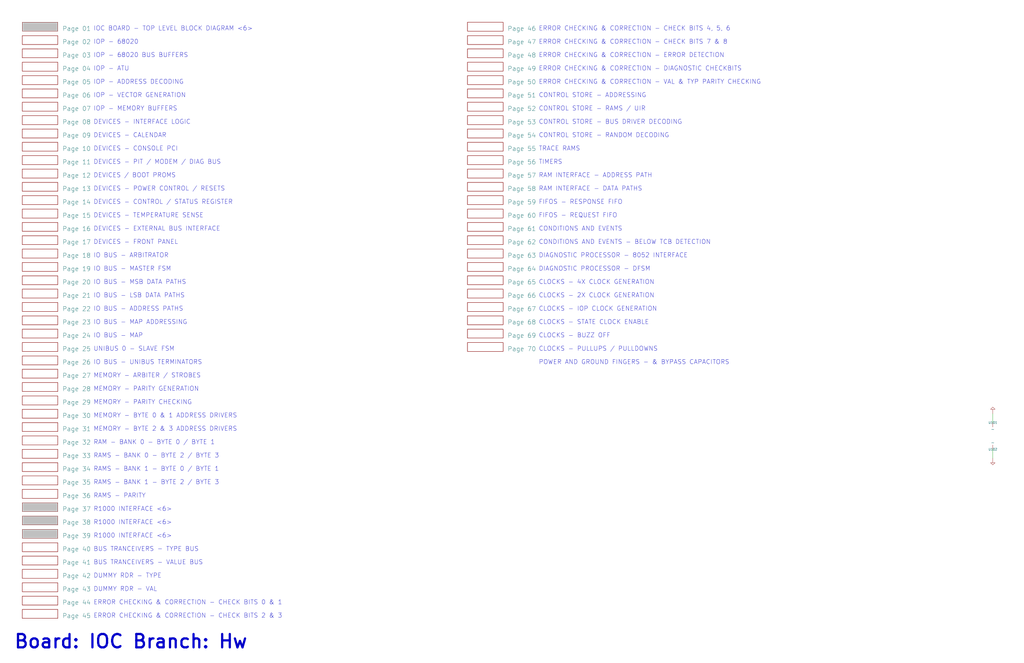
<source format=kicad_sch>
(kicad_sch (version 20230121) (generator eeschema)
  (paper "User" 584.2 378.46)
  (title_block (title "IOC Main"))
  (lib_symbols
    (symbol "r1000:PD" (power) (pin_numbers hide) (pin_names hide) (in_bom no)
      (symbol "PD_0_1"
        (polyline (pts (xy 0 -2.54) (xy 1.27 -2.54) (xy 0 -3.81) (xy -1.27 -2.54) (xy 0 -2.54)) (stroke (width 0.1524)))
      )
      (symbol "PD_1_1"
        (pin power_in line (at 0 0 270) (length 2.54) (name "PD") (number "1"))
      )
    )
    (symbol "r1000:PU" (power) (pin_numbers hide) (pin_names hide)
      (symbol "PU_0_1"
        (polyline (pts (xy 0 2.54) (xy -1.27 2.54) (xy 0 3.81) (xy 1.27 2.54) (xy 0 2.54)) (stroke (width 0.1524)))
      )
      (symbol "PU_1_1"
        (pin power_in line (at 0 0 90) (length 2.54) (name "PU") (number "1"))
      )
    )
    (symbol "r1000:Pull_Down" (pin_numbers hide) (pin_names hide)
      (property "Reference" "U" (at 0 0 0))
      (property "Value" "Pull_Down" (at 0 3.81 0))
      (symbol "Pull_Down_1_1"
        (pin power_out line (at 0 0 90) (length 2.54) (name "Out") (number "1"))
      )
    )
    (symbol "r1000:Pull_Up" (pin_numbers hide) (pin_names hide)
      (property "Reference" "U" (at 0 0 0))
      (property "Value" "Pull_Up" (at 0 -3.81 0))
      (symbol "Pull_Up_1_1"
        (pin power_out line (at 0 0 270) (length 2.54) (name "Out") (number "1"))
      )
    )
  )
  (wire (pts (xy 566.42 236.22) (xy 566.42 241.3)))
  (wire (pts (xy 566.42 256.54) (xy 566.42 261.62)))
  (text "DIAGNOSTIC PROCESSOR - DFSM" (at 307.34 154.94 0) (effects (font (size 2.54 2.54)) (justify left bottom)))
  (text "RAMS - PARITY" (at 53.34 284.48 0) (effects (font (size 2.54 2.54)) (justify left bottom)))
  (text "ERROR CHECKING & CORRECTION - DIAGNOSTIC CHECKBITS" (at 307.34 40.64 0) (effects (font (size 2.54 2.54)) (justify left bottom)))
  (text "DEVICES / BOOT PROMS" (at 53.34 101.6 0) (effects (font (size 2.54 2.54)) (justify left bottom)))
  (text "CONTROL STORE - RAMS / UIR" (at 307.34 63.5 0) (effects (font (size 2.54 2.54)) (justify left bottom)))
  (text "IOC BOARD - TOP LEVEL BLOCK DIAGRAM <6>" (at 53.34 17.78 0) (effects (font (size 2.54 2.54)) (justify left bottom)))
  (text "DEVICES - FRONT PANEL" (at 53.34 139.7 0) (effects (font (size 2.54 2.54)) (justify left bottom)))
  (text "IO BUS - MAP ADDRESSING" (at 53.34 185.42 0) (effects (font (size 2.54 2.54)) (justify left bottom)))
  (text "BUS TRANCEIVERS - VALUE BUS" (at 53.34 322.58 0) (effects (font (size 2.54 2.54)) (justify left bottom)))
  (text "DUMMY RDR - TYPE" (at 53.34 330.2 0) (effects (font (size 2.54 2.54)) (justify left bottom)))
  (text "IOP - 68020" (at 53.34 25.4 0) (effects (font (size 2.54 2.54)) (justify left bottom)))
  (text "ERROR CHECKING & CORRECTION - CHECK BITS 4, 5, 6" (at 307.34 17.78 0) (effects (font (size 2.54 2.54)) (justify left bottom)))
  (text "IO BUS - ARBITRATOR" (at 53.34 147.32 0) (effects (font (size 2.54 2.54)) (justify left bottom)))
  (text "IOP - ADDRESS DECODING" (at 53.34 48.26 0) (effects (font (size 2.54 2.54)) (justify left bottom)))
  (text "IO BUS - MAP" (at 53.34 193.04 0) (effects (font (size 2.54 2.54)) (justify left bottom)))
  (text "CLOCKS - IOP CLOCK GENERATION" (at 307.34 177.8 0) (effects (font (size 2.54 2.54)) (justify left bottom)))
  (text "IO BUS - MSB DATA PATHS" (at 53.34 162.56 0) (effects (font (size 2.54 2.54)) (justify left bottom)))
  (text "UNIBUS 0 - SLAVE FSM" (at 53.34 200.66 0) (effects (font (size 2.54 2.54)) (justify left bottom)))
  (text "IO BUS - LSB DATA PATHS" (at 53.34 170.18 0) (effects (font (size 2.54 2.54)) (justify left bottom)))
  (text "DEVICES - INTERFACE LOGIC" (at 53.34 71.12 0) (effects (font (size 2.54 2.54)) (justify left bottom)))
  (text "FIFOS - RESPONSE FIFO" (at 307.34 116.84 0) (effects (font (size 2.54 2.54)) (justify left bottom)))
  (text "CONDITIONS AND EVENTS" (at 307.34 132.08 0) (effects (font (size 2.54 2.54)) (justify left bottom)))
  (text "R1000 INTERFACE <6>" (at 53.34 292.1 0) (effects (font (size 2.54 2.54)) (justify left bottom)))
  (text "DEVICES - CONTROL / STATUS REGISTER" (at 53.34 116.84 0) (effects (font (size 2.54 2.54)) (justify left bottom)))
  (text "RAM INTERFACE - ADDRESS PATH" (at 307.34 101.6 0) (effects (font (size 2.54 2.54)) (justify left bottom)))
  (text "ERROR CHECKING & CORRECTION - CHECK BITS 2 & 3" (at 53.34 353.06 0) (effects (font (size 2.54 2.54)) (justify left bottom)))
  (text "ERROR CHECKING & CORRECTION - VAL & TYP PARITY CHECKING" (at 307.34 48.26 0) (effects (font (size 2.54 2.54)) (justify left bottom)))
  (text "IOP - 68020 BUS BUFFERS" (at 53.34 33.02 0) (effects (font (size 2.54 2.54)) (justify left bottom)))
  (text "RAMS - BANK 0 - BYTE 2 / BYTE 3" (at 53.34 261.62 0) (effects (font (size 2.54 2.54)) (justify left bottom)))
  (text "TRACE RAMS" (at 307.34 86.36 0) (effects (font (size 2.54 2.54)) (justify left bottom)))
  (text "R1000 INTERFACE <6>" (at 53.34 307.34 0) (effects (font (size 2.54 2.54)) (justify left bottom)))
  (text "TIMERS" (at 307.34 93.98 0) (effects (font (size 2.54 2.54)) (justify left bottom)))
  (text "RAM INTERFACE - DATA PATHS" (at 307.34 109.22 0) (effects (font (size 2.54 2.54)) (justify left bottom)))
  (text "ERROR CHECKING & CORRECTION - CHECK BITS 7 & 8" (at 307.34 25.4 0) (effects (font (size 2.54 2.54)) (justify left bottom)))
  (text "MEMORY - BYTE 2 & 3 ADDRESS DRIVERS" (at 53.34 246.38 0) (effects (font (size 2.54 2.54)) (justify left bottom)))
  (text "IO BUS - MASTER FSM" (at 53.34 154.94 0) (effects (font (size 2.54 2.54)) (justify left bottom)))
  (text "IOP - ATU" (at 53.34 40.64 0) (effects (font (size 2.54 2.54)) (justify left bottom)))
  (text "Board: IOC Branch: Hw" (at 7.62 370.84 0) (effects (font (size 7.62 7.62) (thickness 1.27) bold) (justify left bottom)))
  (text "R1000 INTERFACE <6>" (at 53.34 299.72 0) (effects (font (size 2.54 2.54)) (justify left bottom)))
  (text "IO BUS - ADDRESS PATHS" (at 53.34 177.8 0) (effects (font (size 2.54 2.54)) (justify left bottom)))
  (text "ERROR CHECKING & CORRECTION - ERROR DETECTION" (at 307.34 33.02 0) (effects (font (size 2.54 2.54)) (justify left bottom)))
  (text "DEVICES - PIT / MODEM / DIAG BUS" (at 53.34 93.98 0) (effects (font (size 2.54 2.54)) (justify left bottom)))
  (text "CONDITIONS AND EVENTS - BELOW TCB DETECTION" (at 307.34 139.7 0) (effects (font (size 2.54 2.54)) (justify left bottom)))
  (text "MEMORY - PARITY CHECKING" (at 53.34 231.14 0) (effects (font (size 2.54 2.54)) (justify left bottom)))
  (text "FIFOS - REQUEST FIFO" (at 307.34 124.46 0) (effects (font (size 2.54 2.54)) (justify left bottom)))
  (text "RAMS - BANK 1 - BYTE 2 / BYTE 3" (at 53.34 276.86 0) (effects (font (size 2.54 2.54)) (justify left bottom)))
  (text "CLOCKS - 4X CLOCK GENERATION" (at 307.34 162.56 0) (effects (font (size 2.54 2.54)) (justify left bottom)))
  (text "IOP - MEMORY BUFFERS" (at 53.34 63.5 0) (effects (font (size 2.54 2.54)) (justify left bottom)))
  (text "RAM - BANK 0 - BYTE 0 / BYTE 1" (at 53.34 254 0) (effects (font (size 2.54 2.54)) (justify left bottom)))
  (text "MEMORY - PARITY GENERATION" (at 53.34 223.52 0) (effects (font (size 2.54 2.54)) (justify left bottom)))
  (text "IOP - VECTOR GENERATION" (at 53.34 55.88 0) (effects (font (size 2.54 2.54)) (justify left bottom)))
  (text "MEMORY - BYTE 0 & 1 ADDRESS DRIVERS" (at 53.34 238.76 0) (effects (font (size 2.54 2.54)) (justify left bottom)))
  (text "CONTROL STORE - ADDRESSING" (at 307.34 55.88 0) (effects (font (size 2.54 2.54)) (justify left bottom)))
  (text "CONTROL STORE - BUS DRIVER DECODING" (at 307.34 71.12 0) (effects (font (size 2.54 2.54)) (justify left bottom)))
  (text "CONTROL STORE - RANDOM DECODING" (at 307.34 78.74 0) (effects (font (size 2.54 2.54)) (justify left bottom)))
  (text "DEVICES - CONSOLE PCI" (at 53.34 86.36 0) (effects (font (size 2.54 2.54)) (justify left bottom)))
  (text "RAMS - BANK 1 - BYTE 0 / BYTE 1" (at 53.34 269.24 0) (effects (font (size 2.54 2.54)) (justify left bottom)))
  (text "DEVICES - TEMPERATURE SENSE" (at 53.34 124.46 0) (effects (font (size 2.54 2.54)) (justify left bottom)))
  (text "MEMORY - ARBITER / STROBES" (at 53.34 215.9 0) (effects (font (size 2.54 2.54)) (justify left bottom)))
  (text "ERROR CHECKING & CORRECTION - CHECK BITS 0 & 1" (at 53.34 345.44 0) (effects (font (size 2.54 2.54)) (justify left bottom)))
  (text "DEVICES - POWER CONTROL / RESETS" (at 53.34 109.22 0) (effects (font (size 2.54 2.54)) (justify left bottom)))
  (text "DIAGNOSTIC PROCESSOR - 8052 INTERFACE" (at 307.34 147.32 0) (effects (font (size 2.54 2.54)) (justify left bottom)))
  (text "CLOCKS - PULLUPS / PULLDOWNS" (at 307.34 200.66 0) (effects (font (size 2.54 2.54)) (justify left bottom)))
  (text "CLOCKS - 2X CLOCK GENERATION" (at 307.34 170.18 0) (effects (font (size 2.54 2.54)) (justify left bottom)))
  (text "POWER AND GROUND FINGERS - & BYPASS CAPACITORS" (at 307.34 208.28 0) (effects (font (size 2.54 2.54)) (justify left bottom)))
  (text "BUS TRANCEIVERS - TYPE BUS" (at 53.34 314.96 0) (effects (font (size 2.54 2.54)) (justify left bottom)))
  (text "IO BUS - UNIBUS TERMINATORS" (at 53.34 208.28 0) (effects (font (size 2.54 2.54)) (justify left bottom)))
  (text "DUMMY RDR - VAL" (at 53.34 337.82 0) (effects (font (size 2.54 2.54)) (justify left bottom)))
  (text "CLOCKS - STATE CLOCK ENABLE" (at 307.34 185.42 0) (effects (font (size 2.54 2.54)) (justify left bottom)))
  (text "DEVICES - CALENDAR" (at 53.34 78.74 0) (effects (font (size 2.54 2.54)) (justify left bottom)))
  (text "CLOCKS - BUZZ OFF" (at 307.34 193.04 0) (effects (font (size 2.54 2.54)) (justify left bottom)))
  (text "DEVICES - EXTERNAL BUS INTERFACE" (at 53.34 132.08 0) (effects (font (size 2.54 2.54)) (justify left bottom)))
  (symbol (lib_id "r1000:Pull_Down") (at 566.42 256.54 0) (unit 1)
    (property "Reference" "U102" (at 566.42 256.54 0))
    (property "Value" "~" (at 566.42 252.73 0) (effects (font (size 2.54 2.54))))
  )
  (symbol (lib_id "r1000:PU") (at 566.42 236.22 0) (unit 1)
    (property "Reference" "#PWR0102" (effects hide))
  )
  (symbol (lib_id "r1000:Pull_Up") (at 566.42 241.3 0) (unit 1)
    (property "Reference" "U101" (at 566.42 241.3 0))
    (property "Value" "~" (at 566.42 245.11 0) (effects (font (size 2.54 2.54))))
  )
  (symbol (lib_id "r1000:PD") (at 566.42 261.62 0) (unit 1) (in_bom no)
    (property "Reference" "#PWR0101" (effects hide))
  )
  (sheet (at 266.7 27.94) (size 20.32 5.08)
    (property "Sheetname" "Page 48" (at 289.56 33.02 0) (effects (font (size 2.54 2.54)) (justify left bottom)))
    (property "Sheetfile" "pg_48.kicad_sch" (effects hide))
  )
  (sheet (at 12.7 127) (size 20.32 5.08)
    (property "Sheetname" "Page 16" (at 35.56 132.08 0) (effects (font (size 2.54 2.54)) (justify left bottom)))
    (property "Sheetfile" "pg_16.kicad_sch" (effects hide))
  )
  (sheet (at 266.7 104.14) (size 20.32 5.08)
    (property "Sheetname" "Page 58" (at 289.56 109.22 0) (effects (font (size 2.54 2.54)) (justify left bottom)))
    (property "Sheetfile" "pg_58.kicad_sch" (effects hide))
  )
  (sheet (at 266.7 180.34) (size 20.32 5.08)
    (property "Sheetname" "Page 68" (at 289.56 185.42 0) (effects (font (size 2.54 2.54)) (justify left bottom)))
    (property "Sheetfile" "pg_68.kicad_sch" (effects hide))
  )
  (sheet (at 266.7 12.7) (size 20.32 5.08)
    (property "Sheetname" "Page 46" (at 289.56 17.78 0) (effects (font (size 2.54 2.54)) (justify left bottom)))
    (property "Sheetfile" "pg_46.kicad_sch" (effects hide))
  )
  (sheet (at 12.7 35.56) (size 20.32 5.08)
    (property "Sheetname" "Page 04" (at 35.56 40.64 0) (effects (font (size 2.54 2.54)) (justify left bottom)))
    (property "Sheetfile" "pg_04.kicad_sch" (effects hide))
  )
  (sheet (at 12.7 43.18) (size 20.32 5.08)
    (property "Sheetname" "Page 05" (at 35.56 48.26 0) (effects (font (size 2.54 2.54)) (justify left bottom)))
    (property "Sheetfile" "pg_05.kicad_sch" (effects hide))
  )
  (sheet (at 12.7 302.26) (size 20.32 5.08) (fill (color 192 192 192 1.0000))
    (property "Sheetname" "Page 39" (at 35.56 307.34 0) (effects (font (size 2.54 2.54)) (justify left bottom)))
    (property "Sheetfile" "pg_39.kicad_sch" (effects hide))
  )
  (sheet (at 266.7 66.04) (size 20.32 5.08)
    (property "Sheetname" "Page 53" (at 289.56 71.12 0) (effects (font (size 2.54 2.54)) (justify left bottom)))
    (property "Sheetfile" "pg_53.kicad_sch" (effects hide))
  )
  (sheet (at 12.7 12.7) (size 20.32 5.08) (fill (color 192 192 192 1.0000))
    (property "Sheetname" "Page 01" (at 35.56 17.78 0) (effects (font (size 2.54 2.54)) (justify left bottom)))
    (property "Sheetfile" "pg_01.kicad_sch" (effects hide))
  )
  (sheet (at 266.7 172.72) (size 20.32 5.08)
    (property "Sheetname" "Page 67" (at 289.56 177.8 0) (effects (font (size 2.54 2.54)) (justify left bottom)))
    (property "Sheetfile" "pg_67.kicad_sch" (effects hide))
  )
  (sheet (at 12.7 187.96) (size 20.32 5.08)
    (property "Sheetname" "Page 24" (at 35.56 193.04 0) (effects (font (size 2.54 2.54)) (justify left bottom)))
    (property "Sheetfile" "pg_24.kicad_sch" (effects hide))
  )
  (sheet (at 12.7 256.54) (size 20.32 5.08)
    (property "Sheetname" "Page 33" (at 35.56 261.62 0) (effects (font (size 2.54 2.54)) (justify left bottom)))
    (property "Sheetfile" "pg_33.kicad_sch" (effects hide))
  )
  (sheet (at 12.7 172.72) (size 20.32 5.08)
    (property "Sheetname" "Page 22" (at 35.56 177.8 0) (effects (font (size 2.54 2.54)) (justify left bottom)))
    (property "Sheetfile" "pg_22.kicad_sch" (effects hide))
  )
  (sheet (at 266.7 73.66) (size 20.32 5.08)
    (property "Sheetname" "Page 54" (at 289.56 78.74 0) (effects (font (size 2.54 2.54)) (justify left bottom)))
    (property "Sheetfile" "pg_54.kicad_sch" (effects hide))
  )
  (sheet (at 12.7 264.16) (size 20.32 5.08)
    (property "Sheetname" "Page 34" (at 35.56 269.24 0) (effects (font (size 2.54 2.54)) (justify left bottom)))
    (property "Sheetfile" "pg_34.kicad_sch" (effects hide))
  )
  (sheet (at 12.7 180.34) (size 20.32 5.08)
    (property "Sheetname" "Page 23" (at 35.56 185.42 0) (effects (font (size 2.54 2.54)) (justify left bottom)))
    (property "Sheetfile" "pg_23.kicad_sch" (effects hide))
  )
  (sheet (at 12.7 96.52) (size 20.32 5.08)
    (property "Sheetname" "Page 12" (at 35.56 101.6 0) (effects (font (size 2.54 2.54)) (justify left bottom)))
    (property "Sheetfile" "pg_12.kicad_sch" (effects hide))
  )
  (sheet (at 12.7 134.62) (size 20.32 5.08)
    (property "Sheetname" "Page 17" (at 35.56 139.7 0) (effects (font (size 2.54 2.54)) (justify left bottom)))
    (property "Sheetfile" "pg_17.kicad_sch" (effects hide))
  )
  (sheet (at 12.7 317.5) (size 20.32 5.08)
    (property "Sheetname" "Page 41" (at 35.56 322.58 0) (effects (font (size 2.54 2.54)) (justify left bottom)))
    (property "Sheetfile" "pg_41.kicad_sch" (effects hide))
  )
  (sheet (at 12.7 195.58) (size 20.32 5.08)
    (property "Sheetname" "Page 25" (at 35.56 200.66 0) (effects (font (size 2.54 2.54)) (justify left bottom)))
    (property "Sheetfile" "pg_25.kicad_sch" (effects hide))
  )
  (sheet (at 12.7 210.82) (size 20.32 5.08)
    (property "Sheetname" "Page 27" (at 35.56 215.9 0) (effects (font (size 2.54 2.54)) (justify left bottom)))
    (property "Sheetfile" "pg_27.kicad_sch" (effects hide))
  )
  (sheet (at 266.7 149.86) (size 20.32 5.08)
    (property "Sheetname" "Page 64" (at 289.56 154.94 0) (effects (font (size 2.54 2.54)) (justify left bottom)))
    (property "Sheetfile" "pg_64.kicad_sch" (effects hide))
  )
  (sheet (at 266.7 88.9) (size 20.32 5.08)
    (property "Sheetname" "Page 56" (at 289.56 93.98 0) (effects (font (size 2.54 2.54)) (justify left bottom)))
    (property "Sheetfile" "pg_56.kicad_sch" (effects hide))
  )
  (sheet (at 266.7 165.1) (size 20.32 5.08)
    (property "Sheetname" "Page 66" (at 289.56 170.18 0) (effects (font (size 2.54 2.54)) (justify left bottom)))
    (property "Sheetfile" "pg_66.kicad_sch" (effects hide))
  )
  (sheet (at 12.7 111.76) (size 20.32 5.08)
    (property "Sheetname" "Page 14" (at 35.56 116.84 0) (effects (font (size 2.54 2.54)) (justify left bottom)))
    (property "Sheetfile" "pg_14.kicad_sch" (effects hide))
  )
  (sheet (at 266.7 50.8) (size 20.32 5.08)
    (property "Sheetname" "Page 51" (at 289.56 55.88 0) (effects (font (size 2.54 2.54)) (justify left bottom)))
    (property "Sheetfile" "pg_51.kicad_sch" (effects hide))
  )
  (sheet (at 266.7 35.56) (size 20.32 5.08)
    (property "Sheetname" "Page 49" (at 289.56 40.64 0) (effects (font (size 2.54 2.54)) (justify left bottom)))
    (property "Sheetfile" "pg_49.kicad_sch" (effects hide))
  )
  (sheet (at 266.7 119.38) (size 20.32 5.08)
    (property "Sheetname" "Page 60" (at 289.56 124.46 0) (effects (font (size 2.54 2.54)) (justify left bottom)))
    (property "Sheetfile" "pg_60.kicad_sch" (effects hide))
  )
  (sheet (at 12.7 27.94) (size 20.32 5.08)
    (property "Sheetname" "Page 03" (at 35.56 33.02 0) (effects (font (size 2.54 2.54)) (justify left bottom)))
    (property "Sheetfile" "pg_03.kicad_sch" (effects hide))
  )
  (sheet (at 12.7 233.68) (size 20.32 5.08)
    (property "Sheetname" "Page 30" (at 35.56 238.76 0) (effects (font (size 2.54 2.54)) (justify left bottom)))
    (property "Sheetfile" "pg_30.kicad_sch" (effects hide))
  )
  (sheet (at 266.7 195.58) (size 20.32 5.08)
    (property "Sheetname" "Page 70" (at 289.56 200.66 0) (effects (font (size 2.54 2.54)) (justify left bottom)))
    (property "Sheetfile" "pg_70.kicad_sch" (effects hide))
  )
  (sheet (at 266.7 58.42) (size 20.32 5.08)
    (property "Sheetname" "Page 52" (at 289.56 63.5 0) (effects (font (size 2.54 2.54)) (justify left bottom)))
    (property "Sheetfile" "pg_52.kicad_sch" (effects hide))
  )
  (sheet (at 266.7 81.28) (size 20.32 5.08)
    (property "Sheetname" "Page 55" (at 289.56 86.36 0) (effects (font (size 2.54 2.54)) (justify left bottom)))
    (property "Sheetfile" "pg_55.kicad_sch" (effects hide))
  )
  (sheet (at 12.7 73.66) (size 20.32 5.08)
    (property "Sheetname" "Page 09" (at 35.56 78.74 0) (effects (font (size 2.54 2.54)) (justify left bottom)))
    (property "Sheetfile" "pg_09.kicad_sch" (effects hide))
  )
  (sheet (at 12.7 142.24) (size 20.32 5.08)
    (property "Sheetname" "Page 18" (at 35.56 147.32 0) (effects (font (size 2.54 2.54)) (justify left bottom)))
    (property "Sheetfile" "pg_18.kicad_sch" (effects hide))
  )
  (sheet (at 12.7 241.3) (size 20.32 5.08)
    (property "Sheetname" "Page 31" (at 35.56 246.38 0) (effects (font (size 2.54 2.54)) (justify left bottom)))
    (property "Sheetfile" "pg_31.kicad_sch" (effects hide))
  )
  (sheet (at 12.7 203.2) (size 20.32 5.08)
    (property "Sheetname" "Page 26" (at 35.56 208.28 0) (effects (font (size 2.54 2.54)) (justify left bottom)))
    (property "Sheetfile" "pg_26.kicad_sch" (effects hide))
  )
  (sheet (at 266.7 134.62) (size 20.32 5.08)
    (property "Sheetname" "Page 62" (at 289.56 139.7 0) (effects (font (size 2.54 2.54)) (justify left bottom)))
    (property "Sheetfile" "pg_62.kicad_sch" (effects hide))
  )
  (sheet (at 12.7 149.86) (size 20.32 5.08)
    (property "Sheetname" "Page 19" (at 35.56 154.94 0) (effects (font (size 2.54 2.54)) (justify left bottom)))
    (property "Sheetfile" "pg_19.kicad_sch" (effects hide))
  )
  (sheet (at 12.7 104.14) (size 20.32 5.08)
    (property "Sheetname" "Page 13" (at 35.56 109.22 0) (effects (font (size 2.54 2.54)) (justify left bottom)))
    (property "Sheetfile" "pg_13.kicad_sch" (effects hide))
  )
  (sheet (at 266.7 127) (size 20.32 5.08)
    (property "Sheetname" "Page 61" (at 289.56 132.08 0) (effects (font (size 2.54 2.54)) (justify left bottom)))
    (property "Sheetfile" "pg_61.kicad_sch" (effects hide))
  )
  (sheet (at 12.7 271.78) (size 20.32 5.08)
    (property "Sheetname" "Page 35" (at 35.56 276.86 0) (effects (font (size 2.54 2.54)) (justify left bottom)))
    (property "Sheetfile" "pg_35.kicad_sch" (effects hide))
  )
  (sheet (at 266.7 96.52) (size 20.32 5.08)
    (property "Sheetname" "Page 57" (at 289.56 101.6 0) (effects (font (size 2.54 2.54)) (justify left bottom)))
    (property "Sheetfile" "pg_57.kicad_sch" (effects hide))
  )
  (sheet (at 12.7 165.1) (size 20.32 5.08)
    (property "Sheetname" "Page 21" (at 35.56 170.18 0) (effects (font (size 2.54 2.54)) (justify left bottom)))
    (property "Sheetfile" "pg_21.kicad_sch" (effects hide))
  )
  (sheet (at 266.7 142.24) (size 20.32 5.08)
    (property "Sheetname" "Page 63" (at 289.56 147.32 0) (effects (font (size 2.54 2.54)) (justify left bottom)))
    (property "Sheetfile" "pg_63.kicad_sch" (effects hide))
  )
  (sheet (at 12.7 294.64) (size 20.32 5.08) (fill (color 192 192 192 1.0000))
    (property "Sheetname" "Page 38" (at 35.56 299.72 0) (effects (font (size 2.54 2.54)) (justify left bottom)))
    (property "Sheetfile" "pg_38.kicad_sch" (effects hide))
  )
  (sheet (at 12.7 309.88) (size 20.32 5.08)
    (property "Sheetname" "Page 40" (at 35.56 314.96 0) (effects (font (size 2.54 2.54)) (justify left bottom)))
    (property "Sheetfile" "pg_40.kicad_sch" (effects hide))
  )
  (sheet (at 12.7 248.92) (size 20.32 5.08)
    (property "Sheetname" "Page 32" (at 35.56 254 0) (effects (font (size 2.54 2.54)) (justify left bottom)))
    (property "Sheetfile" "pg_32.kicad_sch" (effects hide))
  )
  (sheet (at 12.7 226.06) (size 20.32 5.08)
    (property "Sheetname" "Page 29" (at 35.56 231.14 0) (effects (font (size 2.54 2.54)) (justify left bottom)))
    (property "Sheetfile" "pg_29.kicad_sch" (effects hide))
  )
  (sheet (at 266.7 157.48) (size 20.32 5.08)
    (property "Sheetname" "Page 65" (at 289.56 162.56 0) (effects (font (size 2.54 2.54)) (justify left bottom)))
    (property "Sheetfile" "pg_65.kicad_sch" (effects hide))
  )
  (sheet (at 12.7 81.28) (size 20.32 5.08)
    (property "Sheetname" "Page 10" (at 35.56 86.36 0) (effects (font (size 2.54 2.54)) (justify left bottom)))
    (property "Sheetfile" "pg_10.kicad_sch" (effects hide))
  )
  (sheet (at 12.7 347.98) (size 20.32 5.08)
    (property "Sheetname" "Page 45" (at 35.56 353.06 0) (effects (font (size 2.54 2.54)) (justify left bottom)))
    (property "Sheetfile" "pg_45.kicad_sch" (effects hide))
  )
  (sheet (at 12.7 119.38) (size 20.32 5.08)
    (property "Sheetname" "Page 15" (at 35.56 124.46 0) (effects (font (size 2.54 2.54)) (justify left bottom)))
    (property "Sheetfile" "pg_15.kicad_sch" (effects hide))
  )
  (sheet (at 266.7 111.76) (size 20.32 5.08)
    (property "Sheetname" "Page 59" (at 289.56 116.84 0) (effects (font (size 2.54 2.54)) (justify left bottom)))
    (property "Sheetfile" "pg_59.kicad_sch" (effects hide))
  )
  (sheet (at 266.7 20.32) (size 20.32 5.08)
    (property "Sheetname" "Page 47" (at 289.56 25.4 0) (effects (font (size 2.54 2.54)) (justify left bottom)))
    (property "Sheetfile" "pg_47.kicad_sch" (effects hide))
  )
  (sheet (at 12.7 279.4) (size 20.32 5.08)
    (property "Sheetname" "Page 36" (at 35.56 284.48 0) (effects (font (size 2.54 2.54)) (justify left bottom)))
    (property "Sheetfile" "pg_36.kicad_sch" (effects hide))
  )
  (sheet (at 266.7 187.96) (size 20.32 5.08)
    (property "Sheetname" "Page 69" (at 289.56 193.04 0) (effects (font (size 2.54 2.54)) (justify left bottom)))
    (property "Sheetfile" "pg_69.kicad_sch" (effects hide))
  )
  (sheet (at 12.7 88.9) (size 20.32 5.08)
    (property "Sheetname" "Page 11" (at 35.56 93.98 0) (effects (font (size 2.54 2.54)) (justify left bottom)))
    (property "Sheetfile" "pg_11.kicad_sch" (effects hide))
  )
  (sheet (at 12.7 157.48) (size 20.32 5.08)
    (property "Sheetname" "Page 20" (at 35.56 162.56 0) (effects (font (size 2.54 2.54)) (justify left bottom)))
    (property "Sheetfile" "pg_20.kicad_sch" (effects hide))
  )
  (sheet (at 12.7 50.8) (size 20.32 5.08)
    (property "Sheetname" "Page 06" (at 35.56 55.88 0) (effects (font (size 2.54 2.54)) (justify left bottom)))
    (property "Sheetfile" "pg_06.kicad_sch" (effects hide))
  )
  (sheet (at 12.7 332.74) (size 20.32 5.08)
    (property "Sheetname" "Page 43" (at 35.56 337.82 0) (effects (font (size 2.54 2.54)) (justify left bottom)))
    (property "Sheetfile" "pg_43.kicad_sch" (effects hide))
  )
  (sheet (at 12.7 287.02) (size 20.32 5.08) (fill (color 192 192 192 1.0000))
    (property "Sheetname" "Page 37" (at 35.56 292.1 0) (effects (font (size 2.54 2.54)) (justify left bottom)))
    (property "Sheetfile" "pg_37.kicad_sch" (effects hide))
  )
  (sheet (at 12.7 325.12) (size 20.32 5.08)
    (property "Sheetname" "Page 42" (at 35.56 330.2 0) (effects (font (size 2.54 2.54)) (justify left bottom)))
    (property "Sheetfile" "pg_42.kicad_sch" (effects hide))
  )
  (sheet (at 12.7 58.42) (size 20.32 5.08)
    (property "Sheetname" "Page 07" (at 35.56 63.5 0) (effects (font (size 2.54 2.54)) (justify left bottom)))
    (property "Sheetfile" "pg_07.kicad_sch" (effects hide))
  )
  (sheet (at 12.7 20.32) (size 20.32 5.08)
    (property "Sheetname" "Page 02" (at 35.56 25.4 0) (effects (font (size 2.54 2.54)) (justify left bottom)))
    (property "Sheetfile" "pg_02.kicad_sch" (effects hide))
  )
  (sheet (at 12.7 66.04) (size 20.32 5.08)
    (property "Sheetname" "Page 08" (at 35.56 71.12 0) (effects (font (size 2.54 2.54)) (justify left bottom)))
    (property "Sheetfile" "pg_08.kicad_sch" (effects hide))
  )
  (sheet (at 266.7 43.18) (size 20.32 5.08)
    (property "Sheetname" "Page 50" (at 289.56 48.26 0) (effects (font (size 2.54 2.54)) (justify left bottom)))
    (property "Sheetfile" "pg_50.kicad_sch" (effects hide))
  )
  (sheet (at 12.7 340.36) (size 20.32 5.08)
    (property "Sheetname" "Page 44" (at 35.56 345.44 0) (effects (font (size 2.54 2.54)) (justify left bottom)))
    (property "Sheetfile" "pg_44.kicad_sch" (effects hide))
  )
  (sheet (at 12.7 218.44) (size 20.32 5.08)
    (property "Sheetname" "Page 28" (at 35.56 223.52 0) (effects (font (size 2.54 2.54)) (justify left bottom)))
    (property "Sheetfile" "pg_28.kicad_sch" (effects hide))
  )
)
</source>
